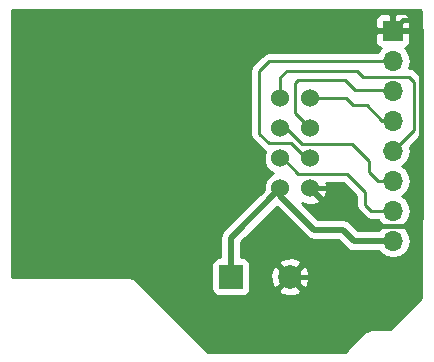
<source format=gtl>
G04 #@! TF.FileFunction,Copper,L1,Top,Signal*
%FSLAX46Y46*%
G04 Gerber Fmt 4.6, Leading zero omitted, Abs format (unit mm)*
G04 Created by KiCad (PCBNEW 4.0.7) date Tuesday, June 26, 2018 'PMt' 08:38:01 PM*
%MOMM*%
%LPD*%
G01*
G04 APERTURE LIST*
%ADD10C,0.100000*%
%ADD11R,1.700000X1.700000*%
%ADD12O,1.700000X1.700000*%
%ADD13C,1.524000*%
%ADD14R,2.000000X2.000000*%
%ADD15C,2.000000*%
%ADD16C,0.250000*%
%ADD17C,0.508000*%
%ADD18C,0.381000*%
%ADD19C,0.254000*%
G04 APERTURE END LIST*
D10*
D11*
X140970000Y-111760000D03*
D12*
X140970000Y-114300000D03*
X140970000Y-116840000D03*
X140970000Y-119380000D03*
X140970000Y-121920000D03*
X140970000Y-124460000D03*
X140970000Y-127000000D03*
X140970000Y-129540000D03*
D13*
X133985000Y-122555000D03*
X133985000Y-120015000D03*
X133985000Y-117475000D03*
X133985000Y-125095000D03*
X131445000Y-117475000D03*
X131445000Y-120015000D03*
X131445000Y-122555000D03*
X131445000Y-125095000D03*
D14*
X127254000Y-132588000D03*
D15*
X132254000Y-132588000D03*
D16*
X133985000Y-122555000D02*
X133604000Y-122555000D01*
X133604000Y-122555000D02*
X132334000Y-121285000D01*
X132334000Y-121285000D02*
X130492500Y-121285000D01*
X130492500Y-121285000D02*
X129667000Y-120459500D01*
X129667000Y-120459500D02*
X129667000Y-115125500D01*
X129667000Y-115125500D02*
X130492500Y-114300000D01*
X130492500Y-114300000D02*
X140970000Y-114300000D01*
X133985000Y-120015000D02*
X133985000Y-119951500D01*
X133985000Y-119951500D02*
X132715000Y-118681500D01*
X132715000Y-118681500D02*
X132715000Y-116141500D01*
X132715000Y-116141500D02*
X132969000Y-115887500D01*
X132969000Y-115887500D02*
X136906000Y-115887500D01*
X136906000Y-115887500D02*
X137795000Y-116776500D01*
X137795000Y-116776500D02*
X140906500Y-116776500D01*
X140906500Y-116776500D02*
X140970000Y-116840000D01*
X133985000Y-117475000D02*
X137033000Y-117475000D01*
X140081000Y-119380000D02*
X140970000Y-119380000D01*
X138747500Y-118046500D02*
X140081000Y-119380000D01*
X137604500Y-118046500D02*
X138747500Y-118046500D01*
X137033000Y-117475000D02*
X137604500Y-118046500D01*
X131445000Y-117475000D02*
X131445000Y-115697000D01*
X142748000Y-120142000D02*
X140970000Y-121920000D01*
X142748000Y-116078000D02*
X142748000Y-120142000D01*
X142303500Y-115633500D02*
X142748000Y-116078000D01*
X138430000Y-115633500D02*
X142303500Y-115633500D01*
X137922000Y-115125500D02*
X138430000Y-115633500D01*
X132016500Y-115125500D02*
X137922000Y-115125500D01*
X131445000Y-115697000D02*
X132016500Y-115125500D01*
X131445000Y-120015000D02*
X131953000Y-120015000D01*
X131953000Y-120015000D02*
X133286500Y-121348500D01*
X133286500Y-121348500D02*
X137477500Y-121348500D01*
X137477500Y-121348500D02*
X138938000Y-122809000D01*
X138938000Y-122809000D02*
X138938000Y-123698000D01*
X138938000Y-123698000D02*
X139700000Y-124460000D01*
X139700000Y-124460000D02*
X140970000Y-124460000D01*
X131445000Y-122555000D02*
X131635500Y-122555000D01*
X131635500Y-122555000D02*
X132969000Y-123888500D01*
X132969000Y-123888500D02*
X137096500Y-123888500D01*
X137096500Y-123888500D02*
X138620500Y-125412500D01*
X138620500Y-125412500D02*
X138620500Y-126492000D01*
X138620500Y-126492000D02*
X139128500Y-127000000D01*
X139128500Y-127000000D02*
X140970000Y-127000000D01*
D17*
X127254000Y-132588000D02*
X127254000Y-129286000D01*
X127254000Y-129286000D02*
X131445000Y-125095000D01*
D16*
X131445000Y-125095000D02*
X131445000Y-125730000D01*
D17*
X131445000Y-125730000D02*
X134302500Y-128587500D01*
X137668000Y-129540000D02*
X140970000Y-129540000D01*
X136715500Y-128587500D02*
X137668000Y-129540000D01*
X134302500Y-128587500D02*
X136715500Y-128587500D01*
D18*
X132254000Y-132588000D02*
X135763000Y-132588000D01*
X142875000Y-132715000D02*
X142875000Y-128270000D01*
X135890000Y-132715000D02*
X142875000Y-132715000D01*
D16*
X135763000Y-132588000D02*
X135890000Y-132715000D01*
D18*
X133985000Y-125095000D02*
X135509000Y-125095000D01*
X135509000Y-125095000D02*
X138684000Y-128270000D01*
X138684000Y-128270000D02*
X142684500Y-128270000D01*
X142684500Y-128270000D02*
X143383000Y-127571500D01*
X143383000Y-127571500D02*
X143383000Y-111696500D01*
X143383000Y-111696500D02*
X142557500Y-110871000D01*
X142557500Y-110871000D02*
X141859000Y-110871000D01*
X141859000Y-110871000D02*
X140970000Y-111760000D01*
D19*
G36*
X143383000Y-110097092D02*
X143383000Y-115686666D01*
X143285401Y-115540599D01*
X142840901Y-115096099D01*
X142594339Y-114931352D01*
X142360053Y-114884749D01*
X142371054Y-114868285D01*
X142484093Y-114300000D01*
X142371054Y-113731715D01*
X142049147Y-113249946D01*
X142005223Y-113220597D01*
X142179698Y-113148327D01*
X142358327Y-112969699D01*
X142455000Y-112736310D01*
X142455000Y-112045750D01*
X142296250Y-111887000D01*
X141097000Y-111887000D01*
X141097000Y-111907000D01*
X140843000Y-111907000D01*
X140843000Y-111887000D01*
X139643750Y-111887000D01*
X139485000Y-112045750D01*
X139485000Y-112736310D01*
X139581673Y-112969699D01*
X139760302Y-113148327D01*
X139934777Y-113220597D01*
X139890853Y-113249946D01*
X139697046Y-113540000D01*
X130492500Y-113540000D01*
X130201660Y-113597852D01*
X129955099Y-113762599D01*
X129129599Y-114588099D01*
X128964852Y-114834661D01*
X128907000Y-115125500D01*
X128907000Y-120459500D01*
X128964852Y-120750339D01*
X129129599Y-120996901D01*
X129955099Y-121822401D01*
X130175423Y-121969617D01*
X130048243Y-122275900D01*
X130047758Y-122831661D01*
X130259990Y-123345303D01*
X130652630Y-123738629D01*
X130860512Y-123824949D01*
X130654697Y-123909990D01*
X130261371Y-124302630D01*
X130048243Y-124815900D01*
X130047877Y-125234887D01*
X126625382Y-128657382D01*
X126432671Y-128945794D01*
X126365000Y-129286000D01*
X126365000Y-130940560D01*
X126254000Y-130940560D01*
X126018683Y-130984838D01*
X125802559Y-131123910D01*
X125657569Y-131336110D01*
X125606560Y-131588000D01*
X125606560Y-133588000D01*
X125650838Y-133823317D01*
X125789910Y-134039441D01*
X126002110Y-134184431D01*
X126254000Y-134235440D01*
X128254000Y-134235440D01*
X128489317Y-134191162D01*
X128705441Y-134052090D01*
X128850431Y-133839890D01*
X128870551Y-133740532D01*
X131281073Y-133740532D01*
X131379736Y-134007387D01*
X131989461Y-134233908D01*
X132639460Y-134209856D01*
X133128264Y-134007387D01*
X133226927Y-133740532D01*
X132254000Y-132767605D01*
X131281073Y-133740532D01*
X128870551Y-133740532D01*
X128901440Y-133588000D01*
X128901440Y-132323461D01*
X130608092Y-132323461D01*
X130632144Y-132973460D01*
X130834613Y-133462264D01*
X131101468Y-133560927D01*
X132074395Y-132588000D01*
X132433605Y-132588000D01*
X133406532Y-133560927D01*
X133673387Y-133462264D01*
X133899908Y-132852539D01*
X133875856Y-132202540D01*
X133673387Y-131713736D01*
X133406532Y-131615073D01*
X132433605Y-132588000D01*
X132074395Y-132588000D01*
X131101468Y-131615073D01*
X130834613Y-131713736D01*
X130608092Y-132323461D01*
X128901440Y-132323461D01*
X128901440Y-131588000D01*
X128872740Y-131435468D01*
X131281073Y-131435468D01*
X132254000Y-132408395D01*
X133226927Y-131435468D01*
X133128264Y-131168613D01*
X132518539Y-130942092D01*
X131868540Y-130966144D01*
X131379736Y-131168613D01*
X131281073Y-131435468D01*
X128872740Y-131435468D01*
X128857162Y-131352683D01*
X128718090Y-131136559D01*
X128505890Y-130991569D01*
X128254000Y-130940560D01*
X128143000Y-130940560D01*
X128143000Y-129654236D01*
X131127500Y-126669736D01*
X133673882Y-129216118D01*
X133962294Y-129408829D01*
X134302500Y-129476500D01*
X136347264Y-129476500D01*
X137039382Y-130168618D01*
X137327794Y-130361329D01*
X137668000Y-130429000D01*
X139783240Y-130429000D01*
X139890853Y-130590054D01*
X140372622Y-130911961D01*
X140940907Y-131025000D01*
X140999093Y-131025000D01*
X141567378Y-130911961D01*
X142049147Y-130590054D01*
X142371054Y-130108285D01*
X142484093Y-129540000D01*
X142371054Y-128971715D01*
X142049147Y-128489946D01*
X141719974Y-128270000D01*
X142049147Y-128050054D01*
X142371054Y-127568285D01*
X142484093Y-127000000D01*
X142371054Y-126431715D01*
X142049147Y-125949946D01*
X141719974Y-125730000D01*
X142049147Y-125510054D01*
X142371054Y-125028285D01*
X142484093Y-124460000D01*
X142371054Y-123891715D01*
X142049147Y-123409946D01*
X141719974Y-123190000D01*
X142049147Y-122970054D01*
X142371054Y-122488285D01*
X142484093Y-121920000D01*
X142411210Y-121553592D01*
X143285401Y-120679401D01*
X143383000Y-120533334D01*
X143383000Y-134377908D01*
X143007954Y-134752954D01*
X143007952Y-134752957D01*
X140727908Y-137033000D01*
X139065000Y-137033000D01*
X139015590Y-137043006D01*
X138975197Y-137070197D01*
X138934420Y-137110974D01*
X138793295Y-137139046D01*
X138562954Y-137292954D01*
X136917908Y-138938000D01*
X125337092Y-138938000D01*
X119247046Y-132847954D01*
X119016705Y-132694046D01*
X118875580Y-132665974D01*
X118834803Y-132625197D01*
X118792789Y-132597334D01*
X118745000Y-132588000D01*
X108712000Y-132588000D01*
X108712000Y-110783690D01*
X139485000Y-110783690D01*
X139485000Y-111474250D01*
X139643750Y-111633000D01*
X140843000Y-111633000D01*
X140843000Y-110433750D01*
X141097000Y-110433750D01*
X141097000Y-111633000D01*
X142296250Y-111633000D01*
X142455000Y-111474250D01*
X142455000Y-110783690D01*
X142358327Y-110550301D01*
X142179698Y-110371673D01*
X141946309Y-110275000D01*
X141255750Y-110275000D01*
X141097000Y-110433750D01*
X140843000Y-110433750D01*
X140684250Y-110275000D01*
X139993691Y-110275000D01*
X139760302Y-110371673D01*
X139581673Y-110550301D01*
X139485000Y-110783690D01*
X108712000Y-110783690D01*
X108712000Y-109982000D01*
X143267908Y-109982000D01*
X143383000Y-110097092D01*
X143383000Y-110097092D01*
G37*
X143383000Y-110097092D02*
X143383000Y-115686666D01*
X143285401Y-115540599D01*
X142840901Y-115096099D01*
X142594339Y-114931352D01*
X142360053Y-114884749D01*
X142371054Y-114868285D01*
X142484093Y-114300000D01*
X142371054Y-113731715D01*
X142049147Y-113249946D01*
X142005223Y-113220597D01*
X142179698Y-113148327D01*
X142358327Y-112969699D01*
X142455000Y-112736310D01*
X142455000Y-112045750D01*
X142296250Y-111887000D01*
X141097000Y-111887000D01*
X141097000Y-111907000D01*
X140843000Y-111907000D01*
X140843000Y-111887000D01*
X139643750Y-111887000D01*
X139485000Y-112045750D01*
X139485000Y-112736310D01*
X139581673Y-112969699D01*
X139760302Y-113148327D01*
X139934777Y-113220597D01*
X139890853Y-113249946D01*
X139697046Y-113540000D01*
X130492500Y-113540000D01*
X130201660Y-113597852D01*
X129955099Y-113762599D01*
X129129599Y-114588099D01*
X128964852Y-114834661D01*
X128907000Y-115125500D01*
X128907000Y-120459500D01*
X128964852Y-120750339D01*
X129129599Y-120996901D01*
X129955099Y-121822401D01*
X130175423Y-121969617D01*
X130048243Y-122275900D01*
X130047758Y-122831661D01*
X130259990Y-123345303D01*
X130652630Y-123738629D01*
X130860512Y-123824949D01*
X130654697Y-123909990D01*
X130261371Y-124302630D01*
X130048243Y-124815900D01*
X130047877Y-125234887D01*
X126625382Y-128657382D01*
X126432671Y-128945794D01*
X126365000Y-129286000D01*
X126365000Y-130940560D01*
X126254000Y-130940560D01*
X126018683Y-130984838D01*
X125802559Y-131123910D01*
X125657569Y-131336110D01*
X125606560Y-131588000D01*
X125606560Y-133588000D01*
X125650838Y-133823317D01*
X125789910Y-134039441D01*
X126002110Y-134184431D01*
X126254000Y-134235440D01*
X128254000Y-134235440D01*
X128489317Y-134191162D01*
X128705441Y-134052090D01*
X128850431Y-133839890D01*
X128870551Y-133740532D01*
X131281073Y-133740532D01*
X131379736Y-134007387D01*
X131989461Y-134233908D01*
X132639460Y-134209856D01*
X133128264Y-134007387D01*
X133226927Y-133740532D01*
X132254000Y-132767605D01*
X131281073Y-133740532D01*
X128870551Y-133740532D01*
X128901440Y-133588000D01*
X128901440Y-132323461D01*
X130608092Y-132323461D01*
X130632144Y-132973460D01*
X130834613Y-133462264D01*
X131101468Y-133560927D01*
X132074395Y-132588000D01*
X132433605Y-132588000D01*
X133406532Y-133560927D01*
X133673387Y-133462264D01*
X133899908Y-132852539D01*
X133875856Y-132202540D01*
X133673387Y-131713736D01*
X133406532Y-131615073D01*
X132433605Y-132588000D01*
X132074395Y-132588000D01*
X131101468Y-131615073D01*
X130834613Y-131713736D01*
X130608092Y-132323461D01*
X128901440Y-132323461D01*
X128901440Y-131588000D01*
X128872740Y-131435468D01*
X131281073Y-131435468D01*
X132254000Y-132408395D01*
X133226927Y-131435468D01*
X133128264Y-131168613D01*
X132518539Y-130942092D01*
X131868540Y-130966144D01*
X131379736Y-131168613D01*
X131281073Y-131435468D01*
X128872740Y-131435468D01*
X128857162Y-131352683D01*
X128718090Y-131136559D01*
X128505890Y-130991569D01*
X128254000Y-130940560D01*
X128143000Y-130940560D01*
X128143000Y-129654236D01*
X131127500Y-126669736D01*
X133673882Y-129216118D01*
X133962294Y-129408829D01*
X134302500Y-129476500D01*
X136347264Y-129476500D01*
X137039382Y-130168618D01*
X137327794Y-130361329D01*
X137668000Y-130429000D01*
X139783240Y-130429000D01*
X139890853Y-130590054D01*
X140372622Y-130911961D01*
X140940907Y-131025000D01*
X140999093Y-131025000D01*
X141567378Y-130911961D01*
X142049147Y-130590054D01*
X142371054Y-130108285D01*
X142484093Y-129540000D01*
X142371054Y-128971715D01*
X142049147Y-128489946D01*
X141719974Y-128270000D01*
X142049147Y-128050054D01*
X142371054Y-127568285D01*
X142484093Y-127000000D01*
X142371054Y-126431715D01*
X142049147Y-125949946D01*
X141719974Y-125730000D01*
X142049147Y-125510054D01*
X142371054Y-125028285D01*
X142484093Y-124460000D01*
X142371054Y-123891715D01*
X142049147Y-123409946D01*
X141719974Y-123190000D01*
X142049147Y-122970054D01*
X142371054Y-122488285D01*
X142484093Y-121920000D01*
X142411210Y-121553592D01*
X143285401Y-120679401D01*
X143383000Y-120533334D01*
X143383000Y-134377908D01*
X143007954Y-134752954D01*
X143007952Y-134752957D01*
X140727908Y-137033000D01*
X139065000Y-137033000D01*
X139015590Y-137043006D01*
X138975197Y-137070197D01*
X138934420Y-137110974D01*
X138793295Y-137139046D01*
X138562954Y-137292954D01*
X136917908Y-138938000D01*
X125337092Y-138938000D01*
X119247046Y-132847954D01*
X119016705Y-132694046D01*
X118875580Y-132665974D01*
X118834803Y-132625197D01*
X118792789Y-132597334D01*
X118745000Y-132588000D01*
X108712000Y-132588000D01*
X108712000Y-110783690D01*
X139485000Y-110783690D01*
X139485000Y-111474250D01*
X139643750Y-111633000D01*
X140843000Y-111633000D01*
X140843000Y-110433750D01*
X141097000Y-110433750D01*
X141097000Y-111633000D01*
X142296250Y-111633000D01*
X142455000Y-111474250D01*
X142455000Y-110783690D01*
X142358327Y-110550301D01*
X142179698Y-110371673D01*
X141946309Y-110275000D01*
X141255750Y-110275000D01*
X141097000Y-110433750D01*
X140843000Y-110433750D01*
X140684250Y-110275000D01*
X139993691Y-110275000D01*
X139760302Y-110371673D01*
X139581673Y-110550301D01*
X139485000Y-110783690D01*
X108712000Y-110783690D01*
X108712000Y-109982000D01*
X143267908Y-109982000D01*
X143383000Y-110097092D01*
G36*
X137860500Y-125727302D02*
X137860500Y-126492000D01*
X137918352Y-126782839D01*
X138083099Y-127029401D01*
X138591099Y-127537401D01*
X138837661Y-127702148D01*
X139128500Y-127760000D01*
X139697046Y-127760000D01*
X139890853Y-128050054D01*
X140220026Y-128270000D01*
X139890853Y-128489946D01*
X139783240Y-128651000D01*
X138036236Y-128651000D01*
X137344118Y-127958882D01*
X137055706Y-127766171D01*
X136715500Y-127698500D01*
X134670736Y-127698500D01*
X133309476Y-126337240D01*
X133777302Y-126504144D01*
X134332368Y-126476362D01*
X134716143Y-126317397D01*
X134785608Y-126075213D01*
X133985000Y-125274605D01*
X133970858Y-125288748D01*
X133791253Y-125109143D01*
X133805395Y-125095000D01*
X133791253Y-125080858D01*
X133970858Y-124901253D01*
X133985000Y-124915395D01*
X133999143Y-124901253D01*
X134178748Y-125080858D01*
X134164605Y-125095000D01*
X134965213Y-125895608D01*
X135207397Y-125826143D01*
X135394144Y-125302698D01*
X135366362Y-124747632D01*
X135325300Y-124648500D01*
X136781698Y-124648500D01*
X137860500Y-125727302D01*
X137860500Y-125727302D01*
G37*
X137860500Y-125727302D02*
X137860500Y-126492000D01*
X137918352Y-126782839D01*
X138083099Y-127029401D01*
X138591099Y-127537401D01*
X138837661Y-127702148D01*
X139128500Y-127760000D01*
X139697046Y-127760000D01*
X139890853Y-128050054D01*
X140220026Y-128270000D01*
X139890853Y-128489946D01*
X139783240Y-128651000D01*
X138036236Y-128651000D01*
X137344118Y-127958882D01*
X137055706Y-127766171D01*
X136715500Y-127698500D01*
X134670736Y-127698500D01*
X133309476Y-126337240D01*
X133777302Y-126504144D01*
X134332368Y-126476362D01*
X134716143Y-126317397D01*
X134785608Y-126075213D01*
X133985000Y-125274605D01*
X133970858Y-125288748D01*
X133791253Y-125109143D01*
X133805395Y-125095000D01*
X133791253Y-125080858D01*
X133970858Y-124901253D01*
X133985000Y-124915395D01*
X133999143Y-124901253D01*
X134178748Y-125080858D01*
X134164605Y-125095000D01*
X134965213Y-125895608D01*
X135207397Y-125826143D01*
X135394144Y-125302698D01*
X135366362Y-124747632D01*
X135325300Y-124648500D01*
X136781698Y-124648500D01*
X137860500Y-125727302D01*
M02*

</source>
